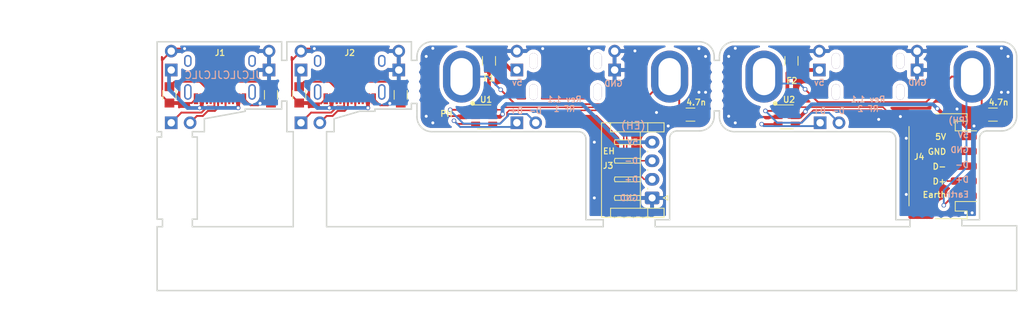
<source format=kicad_pcb>
(kicad_pcb (version 20211014) (generator pcbnew)
  (layers (0 "F.Cu" signal) (31 "B.Cu" signal) (34 "B.Paste" user) (35 "F.Paste" user) (36 "B.SilkS" user "B.Silkscreen") (37 "F.SilkS" user "F.Silkscreen") (38 "B.Mask" user) (39 "F.Mask" user) (44 "Edge.Cuts" user))
  (net 0 "")
  (net 1 "GND")
  (net 2 "D-")
  (net 3 "D+")
  (net 4 "Net-(J1-Pad4)")
  (net 5 "Net-(J1-Pad10)")
  (net 6 "VBUS")
  (net 8 "Net-(J1-Pad5)")
  (net 9 "Net-(J1-Pad6)")
  (net 11 "Earth")
  (footprint "Keeb_components:R_0805" (layer "F.Cu") (at 60.61785 28.664 -90)
    (fp_text reference "R2" hide)
    (fp_text value "5.1k" hide)
  )
  (footprint "Keeb_components:R_0805" (layer "F.Cu") (at 157.770251 31.323 180)
    (fp_text reference "C2" hide)
    (fp_text value "4.7n")
  )
  (footprint "Connector_PinHeader_2.54mm:PinHeader_1x02_P2.54mm_Vertical" (layer "F.Cu") (at 106.86245 25.318 180)
    (fp_text reference "PH9" hide)
    (fp_text value "PinHeader_1x02_P2.54mm_Vertical")
  )
  (footprint "Keeb_components:USBLC6-2SC6" (layer "F.Cu") (at 130.010251 31.6245 180)
    (fp_text reference "U2")
    (fp_text value "USBLC6-2SC6")
  )
  (footprint "footprints:breakaway-mousebites" (layer "F.Cu") (at 62.66825 27.427 90)
    (fp_text reference "REF**")
    (fp_text value "mb" hide)
  )
  (footprint "footprints:breakaway-mousebites" (layer "F.Cu") (at 65.895 33.67 180)
    (fp_text reference "REF**")
    (fp_text value "mb" hide)
  )
  (footprint "Keeb_components:HRO-TYPE-C-31-M-12" (layer "F.Cu") (at 100.26325 21.492 180)
    (fp_text reference "J5" hide)
    (fp_text value "TYPE-C-31-M-12" hide)
  )
  (footprint "footprints:breakaway-mousebites" (layer "F.Cu") (at 80.10825 27.517 90)
    (fp_text reference "REF**")
    (fp_text value "mb" hide)
  )
  (footprint "Keeb_components:F_0805" (layer "F.Cu") (at 89.95925 24.092 -90)
    (fp_text reference "F1")
    (fp_text value "Polyfuse_Small" hide)
  )
  (footprint "Connector_PinHeader_2.54mm:PinHeader_1x02_P2.54mm_Vertical" (layer "F.Cu") (at 93.70525 32.418 90)
    (fp_text reference "PH8" hide)
    (fp_text value "PinHeader_1x02_P2.54mm_Vertical" hide)
  )
  (footprint "Connector_PinHeader_2.54mm:PinHeader_1x02_P2.54mm_Vertical" (layer "F.Cu") (at 77.81425 25.318 180)
    (fp_text reference "PH6" hide)
    (fp_text value "PinHeader_1x02_P2.54mm_Vertical")
  )
  (footprint "Keeb_components:R_0805" (layer "F.Cu") (at 117.06925 31.323 180)
    (fp_text reference "C1" hide)
    (fp_text value "4.7n")
  )
  (footprint "Connector_PinHeader_2.54mm:PinHeader_1x02_P2.54mm_Vertical" (layer "F.Cu") (at 147.563451 25.318 180)
    (fp_text reference "PH12" hide)
    (fp_text value "PinHeader_1x02_P2.54mm_Vertical")
  )
  (footprint "Keeb_components:HRO-TYPE-C-31-M-12" (layer "F.Cu") (at 71.21505 21.492 180)
    (fp_text reference "J2")
    (fp_text value "TYPE-C-31-M-12" hide)
  )
  (footprint "" (layer "F.Cu") (at 72.93775 24.711521)
    (fp_text reference "")
    (fp_text value "")
  )
  (footprint "footprints:breakaway-mousebites" (layer "F.Cu") (at 65.895 45.64 180)
    (fp_text reference "REF**")
    (fp_text value "mb" hide)
  )
  (footprint "footprints:breakaway-mousebites" (layer "F.Cu") (at 108.759 45.64 180)
    (fp_text reference "REF**")
    (fp_text value "mb" hide)
  )
  (footprint "Connector_PinHeader_2.54mm:PinHeader_1x02_P2.54mm_Vertical" (layer "F.Cu") (at 93.70525 25.318 180)
    (fp_text reference "PH7" hide)
    (fp_text value "PinHeader_1x02_P2.54mm_Vertical" hide)
  )
  (footprint "" (layer "F.Cu") (at 144.753751 24.838521)
    (fp_text reference "")
    (fp_text value "")
  )
  (footprint "Connector_PinHeader_2.54mm:PinHeader_1x02_P2.54mm_Vertical" (layer "F.Cu") (at 60.35425 25.318 180)
    (fp_text reference "PH3" hide)
    (fp_text value "PinHeader_1x02_P2.54mm_Vertical")
  )
  (footprint "Keeb_components:R_0805" (layer "F.Cu") (at 46.95725 28.664 -90)
    (fp_text reference "R1" hide)
    (fp_text value "5.1k" hide)
  )
  (footprint "Connector_JST:JST_PH_S5B-PH-SM4-TB_1x05-1MP_P2.00mm_Horizontal" (layer "F.Cu") (at 150.98825 38.262 -90)
    (fp_text reference "J4")
    (fp_text value "JST_PH_S5B-PH-SM4-TB_1x05-1MP_P2.00mm_Horizontal")
  )
  (footprint "Keeb_components:USBLC6-2SC6" (layer "F.Cu") (at 89.30925 31.6245 180)
    (fp_text reference "U1")
    (fp_text value "USBLC6-2SC6")
  )
  (footprint "Keeb_components:F_0805" (layer "F.Cu") (at 130.660251 24.092 -90)
    (fp_text reference "F2")
    (fp_text value "Polyfuse_Small" hide)
  )
  (footprint "footprints:breakaway-mousebites" (layer "F.Cu") (at 120.87825 27.517 90)
    (fp_text reference "REF**")
    (fp_text value "mb" hide)
  )
  (footprint "footprints:breakaway-mousebites" (layer "F.Cu") (at 150.161 45.64 180)
    (fp_text reference "REF**")
    (fp_text value "bm" hide)
  )
  (footprint "Connector_PinHeader_2.54mm:PinHeader_1x02_P2.54mm_Vertical" (layer "F.Cu") (at 47.19705 25.318 180)
    (fp_text reference "PH1" hide)
    (fp_text value "PinHeader_1x02_P2.54mm_Vertical" hide)
  )
  (footprint "Keeb_components:R_0805" (layer "F.Cu") (at 64.41725 28.664 -90)
    (fp_text reference "R1" hide)
    (fp_text value "5.1k" hide)
  )
  (footprint "" (layer "F.Cu") (at 104.05275 24.838521)
    (fp_text reference "")
    (fp_text value "")
  )
  (footprint "Connector_PinHeader_2.54mm:PinHeader_1x02_P2.54mm_Vertical" (layer "F.Cu") (at 134.406251 25.318 180)
    (fp_text reference "PH10" hide)
    (fp_text value "PinHeader_1x02_P2.54mm_Vertical" hide)
  )
  (footprint "Connector_PinHeader_2.54mm:PinHeader_1x02_P2.54mm_Vertical" (layer "F.Cu") (at 64.65705 32.418 90)
    (fp_text reference "PH5" hide)
    (fp_text value "PinHeader_1x02_P2.54mm_Vertical" hide)
  )
  (footprint "Connector_PinHeader_2.54mm:PinHeader_1x02_P2.54mm_Vertical" (layer "F.Cu") (at 64.65705 25.318 180)
    (fp_text reference "PH4" hide)
    (fp_text value "PinHeader_1x02_P2.54mm_Vertical" hide)
  )
  (footprint "Keeb_components:HRO-TYPE-C-31-M-12" (layer "F.Cu") (at 53.75505 21.492 180)
    (fp_text reference "J1")
    (fp_text value "TYPE-C-31-M-12" hide)
  )
  (footprint "Connector_PinHeader_2.54mm:PinHeader_1x02_P2.54mm_Vertical" (layer "F.Cu") (at 134.51625 32.418 90)
    (fp_text reference "PH11" hide)
    (fp_text value "PinHeader_1x02_P2.54mm_Vertical" hide)
  )
  (footprint "footprints:breakaway-mousebites" (layer "F.Cu") (at 48 45.64 180)
    (fp_text reference "REF**")
    (fp_text value "mb" hide)
  )
  (footprint "Connector_PinHeader_2.54mm:PinHeader_1x02_P2.54mm_Vertical" (layer "F.Cu") (at 47.19705 32.418 90)
    (fp_text reference "PH2" hide)
    (fp_text value "PinHeader_1x02_P2.54mm_Vertical" hide)
  )
  (footprint "" (layer "F.Cu") (at 113.638751 24.711521)
    (fp_text reference "")
    (fp_text value "")
  )
  (footprint "Keeb_components:R_0805" (layer "F.Cu") (at 78.07785 28.664 -90)
    (fp_text reference "R2" hide)
    (fp_text value "5.1k" hide)
  )
  (footprint "Connector_JST:JST_EH_S4B-EH_1x04_P2.50mm_Horizontal" (layer "F.Cu") (at 111.90825 42.532 90)
    (fp_text reference "J3")
    (fp_text value "JST_EH_S4B-EH_1x04_P2.50mm_Horizontal")
  )
  (footprint "Keeb_components:HRO-TYPE-C-31-M-12" (layer "F.Cu") (at 140.964251 21.492 180)
    (fp_text reference "J6")
    (fp_text value "TYPE-C-31-M-12" hide)
  )
  (footprint "footprints:breakaway-mousebites" (layer "F.Cu") (at 48 33.67 180)
    (fp_text reference "REF**")
    (fp_text value "mb" hide)
  )
  (footprint "footprints:MegaMan7" (layer "B.Cu") (at 100.10425 25.997 180)
    (fp_text reference "G1" hide)
    (fp_text value "LOGO" hide)
  )
  (footprint "footprints:MegaMan7" (layer "B.Cu") (at 140.964251 25.997 180)
    (fp_text reference "G1" hide)
    (fp_text value "LOGO" hide)
  )
  (gr_arc (start 120.26325 31.517) (mid 119.677464 32.931214) (end 118.26325 33.517) (layer "Edge.Cuts") (width 0.2))
  (gr_line (start 45.894 33.617) (end 45.29705 33.617) (layer "Edge.Cuts") (width 0.2))
  (gr_line (start 74.60825 30.577) (end 79.51425 30.577) (layer "Edge.Cuts") (width 0.2))
  (gr_line (start 45.29705 34.337) (end 45.29705 45.386) (layer "Edge.Cuts") (width 0.2))
  (gr_arc (start 122.964251 33.617) (mid 121.550037 33.031214) (end 120.964252 31.617) (layer "Edge.Cuts") (width 0.2))
  (gr_line (start 144.699251 45.467) (end 144.699251 34.617) (layer "Edge.Cuts") (width 0.2))
  (gr_line (start 51.65625 33.617) (end 51.65625 31.881011) (layer "Edge.Cuts") (width 0.2))
  (gr_line (start 102.99825 45.467) (end 102.99825 34.617) (layer "Edge.Cuts") (width 0.2))
  (gr_line (start 105.33 45.467) (end 105.33 46.402) (layer "Edge.Cuts") (width 0.2))
  (gr_line (start 45.29705 21.517001) (end 62.05425 21.517001) (layer "Edge.Cuts") (width 0.2))
  (gr_line (start 74.60825 30.577) (end 74.60825 30.877) (layer "Edge.Cuts") (width 0.2))
  (gr_line (start 153.59 46.275) (end 153.59 45.467) (layer "Edge.Cuts") (width 0.2))
  (gr_line (start 146.605 45.467) (end 144.699251 45.467) (layer "Edge.Cuts") (width 0.2))
  (gr_line (start 79.51425 24.023) (end 79.51425 21.517) (layer "Edge.Cuts") (width 0.2))
  (gr_line (start 114.26325 45.467) (end 114.26325 34.517) (layer "Edge.Cuts") (width 0.2))
  (gr_line (start 62.75925 24.023011) (end 62.05425 24.023011) (layer "Edge.Cuts") (width 0.2))
  (gr_line (start 63.62 33.617) (end 62.75705 33.617) (layer "Edge.Cuts") (width 0.2))
  (gr_line (start 112.315 45.467) (end 112.315 46.402) (layer "Edge.Cuts") (width 0.2))
  (gr_line (start 160.964251 46.275) (end 160.964251 55) (layer "Edge.Cuts") (width 0.2))
  (gr_line (start 160.964251 31.517) (end 160.964251 23.517) (layer "Edge.Cuts") (width 0.2))
  (gr_line (start 68.1 33.617) (end 69.11625 33.617) (layer "Edge.Cuts") (width 0.2))
  (gr_line (start 80.26325 29.823) (end 80.26325 30.823) (layer "Edge.Cuts") (width 0.2))
  (gr_line (start 72.54525 30.877) (end 74.60825 30.877) (layer "Edge.Cuts") (width 0.2))
  (gr_line (start 160.964251 46.275) (end 153.59 46.275) (layer "Edge.Cuts") (width 0.2))
  (gr_arc (start 118.26325 21.517) (mid 119.677463 22.102786) (end 120.26325 23.516999) (layer "Edge.Cuts") (width 0.2))
  (gr_line (start 120.964251 30.823) (end 120.26325 30.823) (layer "Edge.Cuts") (width 0.2))
  (gr_line (start 50.040525 45.386) (end 50.040525 46.402) (layer "Edge.Cuts") (width 0.2))
  (gr_line (start 63.62 33.617) (end 63.62 46.402) (layer "Edge.Cuts") (width 0.2))
  (gr_line (start 50.7 34.337) (end 50.040525 34.337) (layer "Edge.Cuts") (width 0.2))
  (gr_line (start 120.964251 24.023) (end 120.26325 24.023) (layer "Edge.Cuts") (width 0.2))
  (gr_line (start 143.699251 33.617) (end 122.964251 33.617) (layer "Edge.Cuts") (width 0.2))
  (gr_arc (start 82.26325 33.617) (mid 80.849036 33.031214) (end 80.263251 31.617) (layer "Edge.Cuts") (width 0.2))
  (gr_arc (start 101.99825 33.617) (mid 102.705357 33.909893) (end 102.99825 34.617) (layer "Edge.Cuts") (width 0.2))
  (gr_line (start 80.26325 29.823) (end 79.51425 29.823) (layer "Edge.Cuts") (width 0.2))
  (gr_arc (start 155.964251 34.517) (mid 156.257144 33.809894) (end 156.964251 33.517) (layer "Edge.Cuts") (width 0.2))
  (gr_line (start 50.7 45.386) (end 50.040525 45.386) (layer "Edge.Cuts") (width 0.2))
  (gr_arc (start 80.26325 23.517) (mid 80.849036 22.102787) (end 82.263249 21.517001) (layer "Edge.Cuts") (width 0.2))
  (gr_line (start 57.14825 30.577) (end 57.14825 30.877) (layer "Edge.Cuts") (width 0.2))
  (gr_line (start 120.26325 24.023) (end 120.26325 23.517) (layer "Edge.Cuts") (width 0.2))
  (gr_line (start 146.605 45.467) (end 146.605 46.402) (layer "Edge.Cuts") (width 0.2))
  (gr_line (start 45.29705 46.402) (end 45.29705 55) (layer "Edge.Cuts") (width 0.2))
  (gr_line (start 62.75705 21.517001) (end 79.51425 21.517001) (layer "Edge.Cuts") (width 0.2))
  (gr_line (start 62.75925 24.023011) (end 62.75705 21.517) (layer "Edge.Cuts") (width 0.2))
  (gr_line (start 50.929525 33.617) (end 50.040525 33.617) (layer "Edge.Cuts") (width 0.2))
  (gr_line (start 112.315 46.402) (end 146.605 46.402) (layer "Edge.Cuts") (width 0.2))
  (gr_line (start 158.964251 33.517) (end 156.964251 33.517) (layer "Edge.Cuts") (width 0.2))
  (gr_line (start 160.964251 55) (end 45.29705 55) (layer "Edge.Cuts") (width 0.2))
  (gr_arc (start 158.964251 21.517) (mid 160.378464 22.102786) (end 160.964251 23.516999) (layer "Edge.Cuts") (width 0.2))
  (gr_line (start 118.26325 33.517) (end 115.26325 33.517) (layer "Edge.Cuts") (width 0.2))
  (gr_line (start 63.62 46.402) (end 50.040525 46.402) (layer "Edge.Cuts") (width 0.2))
  (gr_line (start 51.65625 33.617) (end 50.929525 33.617) (layer "Edge.Cuts") (width 0.2))
  (gr_arc (start 160.964251 31.517) (mid 160.378465 32.931214) (end 158.964251 33.517) (layer "Edge.Cuts") (width 0.2))
  (gr_line (start 45.894 33.617) (end 45.894 34.337) (layer "Edge.Cuts") (width 0.2))
  (gr_line (start 62.75705 29.497) (end 62.75705 33.617) (layer "Edge.Cuts") (width 0.2))
  (gr_line (start 45.29705 33.617) (end 45.29705 21.517001) (layer "Edge.Cuts") (width 0.2))
  (gr_line (start 105.33 46.402) (end 68.1 46.402) (layer "Edge.Cuts") (width 0.2))
  (gr_line (start 62.75705 29.497) (end 62.05425 29.497) (layer "Edge.Cuts") (width 0.2))
  (gr_line (start 155.964251 45.467) (end 155.964251 34.517) (layer "Edge.Cuts") (width 0.2))
  (gr_line (start 72.54525 30.877) (end 69.11625 31.881) (layer "Edge.Cuts") (width 0.2))
  (gr_line (start 57.14825 30.577) (end 62.05425 30.577) (layer "Edge.Cuts") (width 0.2))
  (gr_line (start 120.964251 24.023) (end 120.964251 23.517) (layer "Edge.Cuts") (width 0.2))
  (gr_line (start 62.05425 24.023011) (end 62.05425 21.517001) (layer "Edge.Cuts") (width 0.2))
  (gr_line (start 101.99825 33.617) (end 82.26325 33.617) (layer "Edge.Cuts") (width 0.2))
  (gr_line (start 79.51425 29.823) (end 79.51425 30.577) (layer "Edge.Cuts") (width 0.2))
  (gr_line (start 45.894 34.337) (end 45.29705 34.337) (layer "Edge.Cuts") (width 0.2))
  (gr_line (start 69.11625 33.617) (end 69.11625 31.881) (layer "Edge.Cuts") (width 0.2))
  (gr_line (start 120.26325 30.823) (end 120.26325 31.517) (layer "Edge.Cuts") (width 0.2))
  (gr_arc (start 143.699251 33.617) (mid 144.406357 33.909894) (end 144.699251 34.617) (layer "Edge.Cuts") (width 0.2))
  (gr_line (start 62.05425 29.497) (end 62.05425 30.577) (layer "Edge.Cuts") (width 0.2))
  (gr_line (start 79.51425 24.023) (end 80.26325 24.023) (layer "Edge.Cuts") (width 0.2))
  (gr_line (start 50.040525 33.617) (end 50.040525 34.337) (layer "Edge.Cuts") (width 0.2))
  (gr_line (start 46.021 46.402) (end 45.29705 46.402) (layer "Edge.Cuts") (width 0.2))
  (gr_line (start 82.263249 21.517001) (end 118.26325 21.517) (layer "Edge.Cuts") (width 0.2))
  (gr_line (start 46.021 45.386) (end 46.021 46.402) (layer "Edge.Cuts") (width 0.2))
  (gr_line (start 155.964251 45.467) (end 153.59 45.467) (layer "Edge.Cuts") (width 0.2))
  (gr_line (start 46.021 45.386) (end 45.29705 45.386) (layer "Edge.Cuts") (width 0.2))
  (gr_line (start 80.26325 24.023) (end 80.26325 23.517) (layer "Edge.Cuts") (width 0.2))
  (gr_line (start 102.99825 45.467) (end 105.33 45.467) (layer "Edge.Cuts") (width 0.2))
  (gr_arc (start 114.26325 34.517) (mid 114.556143 33.809893) (end 115.26325 33.517) (layer "Edge.Cuts") (width 0.2))
  (gr_line (start 120.964251 30.823) (end 120.964252 31.617) (layer "Edge.Cuts") (width 0.2))
  (gr_line (start 68.1 46.402) (end 68.1 33.617) (layer "Edge.Cuts") (width 0.2))
  (gr_line (start 57.14825 30.877) (end 51.65625 31.881011) (layer "Edge.Cuts") (width 0.2))
  (gr_line (start 50.7 45.386) (end 50.7 34.337) (layer "Edge.Cuts") (width 0.2))
  (gr_line (start 114.26325 45.467) (end 112.315 45.467) (layer "Edge.Cuts") (width 0.2))
  (gr_arc (start 120.964251 23.517) (mid 121.550037 22.102787) (end 122.96425 21.517001) (layer "Edge.Cuts") (width 0.2))
  (gr_line (start 80.263251 31.617) (end 80.26325 30.823) (layer "Edge.Cuts") (width 0.2))
  (gr_line (start 122.96425 21.517001) (end 158.964251 21.517) (layer "Edge.Cuts") (width 0.2))
  (gr_text "5V" (at 110.10825 35.032) (layer "B.SilkS") (effects (font (size 0.8 0.8)) (justify left mirror)))
  (gr_text "D-" (at 110.10825 37.532) (layer "B.SilkS") (effects (font (size 0.8 0.8)) (justify left mirror)))
  (gr_text "Rev 1.1\nRF 2" (at 140.964251 29.907) (layer "B.SilkS") (effects (font (size 0.8 0.8)) (justify mirror)))
  (gr_text "(EH)" (at 111.10825 32.788) (layer "B.SilkS") (effects (font (size 1 1)) (justify left mirror)))
  (gr_text "5V" (at 154.60825 34.062) (layer "B.SilkS") (effects (font (size 0.8 0.8)) (justify left mirror)))
  (gr_text "D+" (at 134.39425 30.823) (layer "B.SilkS") (effects (font (size 0.8 0.8)) (justify mirror)))
  (gr_text "Earth" (at 154.60825 42.062) (layer "B.SilkS") (effects (font (size 0.8 0.8)) (justify left mirror)))
  (gr_text "D+" (at 93.62725 30.823) (layer "B.SilkS") (effects (font (size 0.8 0.8)) (justify mirror)))
  (gr_text "5v" (at 134.39425 27.013) (layer "B.SilkS") (effects (font (size 0.8 0.8)) (justify mirror)))
  (gr_text "GND" (at 147.60225 27.013) (layer "B.SilkS") (effects (font (size 0.8 0.8)) (justify mirror)))
  (gr_text "Rev 1.1\nRF 1" (at 100.10425 29.907) (layer "B.SilkS") (effects (font (size 0.8 0.8)) (justify mirror)))
  (gr_text "GND" (at 106.70825 27.14) (layer "B.SilkS") (effects (font (size 0.8 0.8)) (justify mirror)))
  (gr_text "D-" (at 136.93425 30.823) (layer "B.SilkS") (effects (font (size 0.8 0.8)) (justify mirror)))
  (gr_text "GND" (at 110.10825 42.532) (layer "B.SilkS") (effects (font (size 0.8 0.8)) (justify left mirror)))
  (gr_text "5v" (at 93.75425 27.013) (layer "B.SilkS") (effects (font (size 0.8 0.8)) (justify mirror)))
  (gr_text "D+" (at 110.10825 40.032) (layer "B.SilkS") (effects (font (size 0.8 0.8)) (justify left mirror)))
  (gr_text "(PH)" (at 154.60825 32.093) (layer "B.SilkS") (effects (font (size 0.8 0.8)) (justify left mirror)))
  (gr_text "GND" (at 154.60825 36.062) (layer "B.SilkS") (effects (font (size 0.8 0.8)) (justify left mirror)))
  (gr_text "D-" (at 154.60825 38.062) (layer "B.SilkS") (effects (font (size 0.8 0.8)) (justify left mirror)))
  (gr_text "D+" (at 154.60825 40.062) (layer "B.SilkS") (effects (font (size 0.8 0.8)) (justify left mirror)))
  (gr_text "JLCJLCJLCJLC" (at 54.13025 25.997) (layer "B.SilkS") (effects (font (size 1 1)) (justify mirror)))
  (gr_text "D-" (at 96.16725 30.823) (layer "B.SilkS") (effects (font (size 0.8 0.8)) (justify mirror)))
  (gr_text "Earth" (at 151.558 42.106) (layer "F.SilkS") (effects (font (size 0.8 0.8)) (justify right)))
  (gr_text "J2" (at 71.21505 23) (layer "F.SilkS") (effects (font (size 0.8 0.8))))
  (gr_text "5V" (at 151.558 34.306) (layer "F.SilkS") (effects (font (size 0.8 0.8)) (justify right)))
  (gr_text "EH" (at 106.092 36.242) (layer "F.SilkS") (effects (font (size 0.8 0.8))))
  (gr_text "" (at 49.317501 46.093521) (layer "F.SilkS") (effects (font (size 1.27 1.27))))
  (gr_text "J1" (at 53.75505 23) (layer "F.SilkS") (effects (font (size 0.8 0.8))))
  (gr_text "PH" (at 84.232 31.2) (layer "F.SilkS") (effects (font (size 0.8 0.8))))
  (gr_text "" (at 24.3797 27.251521) (layer "F.SilkS") (effects (font (size 1.27 1.27))))
  (gr_text "D+" (at 151.558 40.306) (layer "F.SilkS") (effects (font (size 0.8 0.8)) (justify right)))
  (gr_text "" (at 24.3797 27.251521) (layer "F.SilkS") (effects (font (size 1.27 1.27))))
  (gr_text "" (at 49.317501 46.093521) (layer "F.SilkS") (effects (font (size 1.27 1.27))))
  (gr_text "D-" (at 151.558 38.306) (layer "F.SilkS") (effects (font (size 0.8 0.8)) (justify right)))
  (gr_text "GND" (at 151.558 36.306) (layer "F.SilkS") (effects (font (size 0.8 0.8)) (justify right)))
  (segment (start 58.89525 30.061011) (end 57.85405 30.061011) (width 0.25) (layer "F.Cu") (net 1))
  (segment (start 76.60925 29.807) (end 78.03485 29.807) (width 0.25) (layer "F.Cu") (net 1))
  (segment (start 88.15925 31.5245) (end 81.52775 31.5245) (width 0.25) (layer "F.Cu") (net 1))
  (segment (start 64.99405 22.441) (end 66.44925 22.441) (width 0.25) (layer "F.Cu") (net 1))
  (segment (start 76.35525 30.061) (end 75.31405 30.061) (width 0.25) (layer "F.Cu") (net 1))
  (segment (start 67.37005 29.807) (end 64.46025 29.807) (width 0.25) (layer "F.Cu") (net 1))
  (segment (start 63.44225 23.9928) (end 64.99405 22.441) (width 0.25) (layer "F.Cu") (net 1))
  (segment (start 63.44225 28.789) (end 63.44225 23.9928) (width 0.25) (layer "F.Cu") (net 1))
  (segment (start 67.99005 29.187) (end 67.37005 29.807) (width 0.25) (layer "F.Cu") (net 1))
  (segment (start 50.53005 29.187011) (end 49.953061 29.764) (width 0.25) (layer "F.Cu") (net 1))
  (segment (start 49.953061 29.764) (end 46.957239 29.764) (width 0.25) (layer "F.Cu") (net 1))
  (segment (start 128.860251 31.6245) (end 122.291751 31.6245) (width 0.25) (layer "F.Cu") (net 1))
  (segment (start 78.03485 29.807) (end 78.07785 29.764) (width 0.25) (layer "F.Cu") (net 1))
  (segment (start 75.31405 30.061) (end 74.44005 29.187) (width 0.25) (layer "F.Cu") (net 1))
  (segment (start 81.52775 31.5245) (end 81.50925 31.543) (width 0.25) (layer "F.Cu") (net 1))
  (segment (start 57.85405 30.061011) (end 56.98005 29.187011) (width 0.25) (layer "F.Cu") (net 1))
  (segment (start 59.14925 29.807011) (end 60.57485 29.807011) (width 0.25) (layer "F.Cu") (net 1))
  (segment (start 76.60925 29.807) (end 76.35525 30.061) (width 0.25) (layer "F.Cu") (net 1))
  (segment (start 64.46025 29.807) (end 63.44225 28.789) (width 0.25) (layer "F.Cu") (net 1))
  (segment (start 59.14925 29.807011) (end 58.89525 30.061011) (width 0.25) (layer "F.Cu") (net 1))
  (segment (start 47.534039 22.441011) (end 48.98925 22.441011) (width 0.25) (layer "F.Cu") (net 1))
  (segment (start 46.957239 29.764) (end 45.98225 28.789011) (width 0.25) (layer "F.Cu") (net 1))
  (segment (start 45.98225 23.9928) (end 47.534039 22.441011) (width 0.25) (layer "F.Cu") (net 1))
  (segment (start 45.98225 28.789011) (end 45.98225 23.9928) (width 0.25) (layer "F.Cu") (net 1))
  (segment (start 122.291751 31.6245) (end 122.210251 31.543) (width 0.25) (layer "F.Cu") (net 1))
  (segment (start 60.57485 29.807011) (end 60.61785 29.764011) (width 0.25) (layer "F.Cu") (net 1))
  (via (at 152.93625 30.569) (size 0.6) (drill 0.4) (layers "F.Cu" "B.Cu") (net 1))
  (via (at 76.60925 29.807) (size 0.6) (drill 0.4) (layers "F.Cu" "B.Cu") (net 1))
  (via (at 123.099251 32.432) (size 0.6) (drill 0.4) (layers "F.Cu" "B.Cu") (net 1))
  (via (at 122.210251 31.543) (size 0.6) (drill 0.4) (layers "F.Cu" "B.Cu") (net 1))
  (via (at 119.10125 28.3172) (size 0.6) (drill 0.4) (layers "F.Cu" "B.Cu") (net 1))
  (via (at 158.913251 22.399) (size 0.6) (drill 0.4) (layers "F.Cu" "B.Cu") (net 1))
  (via (at 81.50925 31.543) (size 0.6) (drill 0.4) (layers "F.Cu" "B.Cu") (net 1))
  (via (at 48.98925 22.441011) (size 0.6) (drill 0.4) (layers "F.Cu" "B.Cu") (net 1))
  (via (at 154.07925 44.539) (size 0.6) (drill 0.4) (layers "F.Cu" "B.Cu") (net 1))
  (via (at 59.14925 29.807011) (size 0.6) (drill 0.4) (layers "F.Cu" "B.Cu") (net 1))
  (via (at 97.18325 22.441) (size 0.6) (drill 0.4) (layers "F.Cu" "B.Cu") (net 1))
  (via (at 82.39825 22.399) (size 0.6) (drill 0.4) (layers "F.Cu" "B.Cu") (net 1))
  (via (at 112.49725 31.035) (size 0.6) (drill 0.4) (layers "F.Cu" "B.Cu") (net 1))
  (via (at 114.07425 32.855) (size 0.6) (drill 0.4) (layers "F.Cu" "B.Cu") (net 1))
  (via (at 146.10825 34.506) (size 0.6) (drill 0.4) (layers "F.Cu" "B.Cu") (net 1))
  (via (at 118.21225 28.3172) (size 0.6) (drill 0.4) (layers "F.Cu" "B.Cu") (net 1))
  (via (at 145.31625 31.585) (size 0.6) (drill 0.4) (layers "F.Cu" "B.Cu") (net 1))
  (via (at 159.802251 23.492) (size 0.6) (drill 0.4) (layers "F.Cu" "B.Cu") (net 1))
  (via (at 146.10825 42.062) (size 0.6) (drill 0.4) (layers "F.Cu" "B.Cu") (net 1))
  (via (at 123.099251 22.399) (size 0.6) (drill 0.4) (layers "F.Cu" "B.Cu") (net 1))
  (via (at 122.210251 23.492) (size 0.6) (drill 0.4) (layers "F.Cu" "B.Cu") (net 1))
  (via (at 142.39525 31.966) (size 0.6) (drill 0.4) (layers "F.Cu" "B.Cu") (net 1))
  (via (at 81.50925 23.492) (size 0.6) (drill 0.4) (layers "F.Cu" "B.Cu") (net 1))
  (via (at 82.39825 32.432) (size 0.6) (drill 0.4) (layers "F.Cu" "B.Cu") (net 1))
  (via (at 118.21225 22.441) (size 0.6) (drill 0.4) (layers "F.Cu" "B.Cu") (net 1))
  (via (at 103.40625 22.441) (size 0.6) (drill 0.4) (layers "F.Cu" "B.Cu") (net 1))
  (via (at 109.59425 22.747) (size 0.6) (drill 0.4) (layers "F.Cu" "B.Cu") (net 1))
  (via (at 66.44925 22.441) (size 0.6) (drill 0.4) (layers "F.Cu" "B.Cu") (net 1))
  (via (at 119.10125 23.492) (size 0.6) (drill 0.4) (layers "F.Cu" "B.Cu") (net 1))
  (via (at 104.13125 42.532) (size 0.6) (drill 0.4) (layers "F.Cu" "B.Cu") (net 1))
  (via (at 159.802251 28.3172) (size 0.6) (drill 0.4) (layers "F.Cu" "B.Cu") (net 1))
  (via (at 154.96825 44.539) (size 0.6) (drill 0.4) (layers "F.Cu" "B.Cu") (net 1))
  (via (at 158.913251 28.3172) (size 0.6) (drill 0.4) (layers "F.Cu" "B.Cu") (net 1))
  (via (at 104.13125 35.032) (size 0.6) (drill 0.4) (layers "F.Cu" "B.Cu") (net 1))
  (via (at 155.22225 32.855) (size 0.6) (drill 0.4) (layers "F.Cu" "B.Cu") (net 1))
  (segment (start 91.94425 30.347) (end 104.864249 30.347) (width 0.2) (layer "F.Cu") (net 2))
  (segment (start 104.864249 30.347) (end 108.48625 33.969001) (width 0.2) (layer "F.Cu") (net 2))
  (segment (start 150.65025 37.173) (end 151.73925 38.262) (width 0.2) (layer "F.Cu") (net 2))
  (segment (start 151.73925 38.262) (end 153.83825 38.262) (width 0.2) (layer "F.Cu") (net 2))
  (segment (start 148.95225 33.062) (end 150.65025 34.76) (width 0.2) (layer "F.Cu") (net 2))
  (segment (start 145.710433 33.062) (end 148.95225 33.062) (width 0.2) (layer "F.Cu") (net 2))
  (segment (start 108.48625 36.411) (end 109.60725 37.532) (width 0.2) (layer "F.Cu") (net 2))
  (segment (start 131.160251 30.6745) (end 131.519751 30.315) (width 0.2) (layer "F.Cu") (net 2))
  (segment (start 108.48625 33.969001) (end 108.48625 36.411) (width 0.2) (layer "F.Cu") (net 2))
  (segment (start 109.60725 37.532) (end 111.90825 37.532) (width 0.2) (layer "F.Cu") (net 2))
  (segment (start 142.963433 30.315) (end 145.710433 33.062) (width 0.2) (layer "F.Cu") (net 2))
  (segment (start 150.65025 34.76) (end 150.65025 37.173) (width 0.2) (layer "F.Cu") (net 2))
  (segment (start 90.45925 30.6745) (end 91.61675 30.6745) (width 0.2) (layer "F.Cu") (net 2))
  (segment (start 91.61675 30.6745) (end 91.94425 30.347) (width 0.2) (layer "F.Cu") (net 2))
  (segment (start 131.519751 30.315) (end 142.963433 30.315) (width 0.2) (layer "F.Cu") (net 2))
  (segment (start 111.90825 40.032) (end 110.83725 40.032) (width 0.2) (layer "F.Cu") (net 3))
  (segment (start 150.14225 38.761499) (end 151.642751 40.262) (width 0.2) (layer "F.Cu") (net 3))
  (segment (start 133.61325 30.715) (end 142.797748 30.715) (width 0.2) (layer "F.Cu") (net 3))
  (segment (start 142.797748 30.715) (end 145.544748 33.462) (width 0.2) (layer "F.Cu") (net 3))
  (segment (start 131.160251 32.5745) (end 131.75375 32.5745) (width 0.2) (layer "F.Cu") (net 3))
  (segment (start 151.642751 40.262) (end 153.83825 40.262) (width 0.2) (layer "F.Cu") (net 3))
  (segment (start 108.08625 37.281) (end 108.08625 34.134686) (width 0.2) (layer "F.Cu") (net 3))
  (segment (start 150.14225 35.268) (end 150.14225 38.761499) (width 0.2) (layer "F.Cu") (net 3))
  (segment (start 91.36775 32.5745) (end 90.45925 32.5745) (width 0.2) (layer "F.Cu") (net 3))
  (segment (start 92.67625 30.747) (end 92.38275 31.0405) (width 0.2) (layer "F.Cu") (net 3))
  (segment (start 104.698564 30.747) (end 92.67625 30.747) (width 0.2) (layer "F.Cu") (net 3))
  (segment (start 92.38275 31.0405) (end 92.38275 31.5595) (width 0.2) (layer "F.Cu") (net 3))
  (segment (start 131.75375 32.5745) (end 133.61325 30.715) (width 0.2) (layer "F.Cu") (net 3))
  (segment (start 110.83725 40.032) (end 108.08625 37.281) (width 0.2) (layer "F.Cu") (net 3))
  (segment (start 148.33625 33.462) (end 150.14225 35.268) (width 0.2) (layer "F.Cu") (net 3))
  (segment (start 108.08625 34.134686) (end 104.698564 30.747) (width 0.2) (layer "F.Cu") (net 3))
  (segment (start 145.544748 33.462) (end 148.33625 33.462) (width 0.2) (layer "F.Cu") (net 3))
  (segment (start 92.38275 31.5595) (end 91.36775 32.5745) (width 0.2) (layer "F.Cu") (net 3))
  (segment (start 55.00505 27.836211) (end 55.00505 29.187011) (width 0.25) (layer "F.Cu") (net 4))
  (segment (start 77.41085 26.897) (end 73.40425 26.897) (width 0.25) (layer "F.Cu") (net 4))
  (segment (start 73.40425 26.897) (end 72.46505 27.8362) (width 0.25) (layer "F.Cu") (net 4))
  (segment (start 78.07785 27.564) (end 77.41085 26.897) (width 0.25) (layer "F.Cu") (net 4))
  (segment (start 72.46505 27.8362) (end 72.46505 29.187) (width 0.25) (layer "F.Cu") (net 4))
  (segment (start 60.61785 27.564) (end 59.950861 26.897011) (width 0.25) (layer "F.Cu") (net 4))
  (segment (start 59.950861 26.897011) (end 55.94425 26.897011) (width 0.25) (layer "F.Cu") (net 4))
  (segment (start 55.94425 26.897011) (end 55.00505 27.836211) (width 0.25) (layer "F.Cu") (net 4))
  (segment (start 65.08425 26.897) (end 64.41725 27.564) (width 0.25) (layer "F.Cu") (net 5))
  (segment (start 51.03225 26.897011) (end 47.624239 26.897011) (width 0.25) (layer "F.Cu") (net 5))
  (segment (start 68.49225 26.897) (end 65.08425 26.897) (width 0.25) (layer "F.Cu") (net 5))
  (segment (start 52.00505 29.187011) (end 52.00505 27.869811) (width 0.25) (layer "F.Cu") (net 5))
  (segment (start 52.00505 27.869811) (end 51.03225 26.897011) (width 0.25) (layer "F.Cu") (net 5))
  (segment (start 69.46505 27.8698) (end 68.49225 26.897) (width 0.25) (layer "F.Cu") (net 5))
  (segment (start 69.46505 29.187) (end 69.46505 27.8698) (width 0.25) (layer "F.Cu") (net 5))
  (segment (start 47.624239 26.897011) (end 46.95725 27.564) (width 0.25) (layer "F.Cu") (net 5))
  (segment (start 89.30925 30.0245) (end 89.30925 31.331) (width 0.5) (layer "F.Cu") (net 6))
  (segment (start 89.95925 25.191999) (end 89.95425 25.196999) (width 0.5) (layer "F.Cu") (net 6))
  (segment (start 56.20505 30.418811) (end 56.20505 29.187011) (width 0.5) (layer "F.Cu") (net 6))
  (segment (start 131.81875 31.6245) (end 131.160251 31.6245) (width 0.5) (layer "F.Cu") (net 6))
  (segment (start 130.110251 25.741999) (end 130.110251 31.4245) (width 0.5) (layer "F.Cu") (net 6))
  (segment (start 130.110251 31.4245) (end 130.310251 31.6245) (width 0.5) (layer "F.Cu") (net 6))
  (segment (start 51.30505 29.187011) (end 51.30505 30.158211) (width 0.5) (layer "F.Cu") (net 6))
  (segment (start 93.70525 25.318) (end 92.94825 25.318) (width 0.5) (layer "F.Cu") (net 6))
  (segment (start 132.98625 25.318) (end 130.660251 22.992001) (width 0.5) (layer "F.Cu") (net 6))
  (segment (start 153.83825 34.062) (end 153.83825 34.262) (width 0.5) (layer "F.Cu") (net 6))
  (segment (start 89.30925 31.331) (end 89.60275 31.6245) (width 0.5) (layer "F.Cu") (net 6))
  (segment (start 51.30505 30.158211) (end 51.02125 30.442011) (width 0.5) (layer "F.Cu") (net 6))
  (segment (start 130.660251 25.191999) (end 130.110251 25.741999) (width 0.5) (layer "F.Cu") (net 6))
  (segment (start 132.52875 30.9145) (end 131.81875 31.6245) (width 0.5) (layer "F.Cu") (net 6))
  (segment (start 130.310251 31.6245) (end 131.160251 31.6245) (width 0.5) (layer "F.Cu") (net 6))
  (segment (start 68.76505 30.1582) (end 68.48125 30.442) (width 0.5) (layer "F.Cu") (net 6))
  (segment (start 89.95425 25.196999) (end 89.95425 29.3795) (width 0.5) (layer "F.Cu") (net 6))
  (segment (start 134.406251 25.318) (end 132.98625 25.318) (width 0.5) (layer "F.Cu") (net 6))
  (segment (start 91.42275 31.6245) (end 90.45925 31.6245) (width 0.5) (layer "F.Cu") (net 6))
  (segment (start 90.622251 22.992001) (end 89.95925 22.992001) (width 0.5) (layer "F.Cu") (net 6))
  (segment (start 73.66505 30.4188) (end 73.66505 29.187) (width 0.5) (layer "F.Cu") (net 6))
  (segment (start 89.60275 31.6245) (end 90.45925 31.6245) (width 0.5) (layer "F.Cu") (net 6))
  (segment (start 91.78275 31.2645) (end 91.42275 31.6245) (width 0.5) (layer "F.Cu") (net 6))
  (segment (start 150.28825 30.512) (end 153.83825 34.062) (width 0.5) (layer "F.Cu") (net 6))
  (segment (start 89.95425 29.3795) (end 89.30925 30.0245) (width 0.5) (layer "F.Cu") (net 6))
  (segment (start 92.94825 25.318) (end 90.622251 22.992001) (width 0.5) (layer "F.Cu") (net 6))
  (segment (start 68.76505 29.187) (end 68.76505 30.1582) (width 0.5) (layer "F.Cu") (net 6))
  (via (at 73.66505 30.4188) (size 0.6) (drill 0.4) (layers "F.Cu" "B.Cu") (net 6))
  (via (at 132.52875 30.9145) (size 0.6) (drill 0.4) (layers "F.Cu" "B.Cu") (net 6))
  (via (at 91.78275 31.2645) (size 0.6) (drill 0.4) (layers "F.Cu" "B.Cu") (net 6))
  (via (at 51.00625 30.427011) (size 0.6) (drill 0.4) (layers "F.Cu" "B.Cu") (net 6))
  (via (at 56.20505 30.418811) (size 0.6) (drill 0.4) (layers "F.Cu" "B.Cu") (net 6))
  (via (at 150.28825 30.512) (size 0.6) (drill 0.4) (layers "F.Cu" "B.Cu") (net 6))
  (via (at 68.46625 30.427) (size 0.6) (drill 0.4) (layers "F.Cu" "B.Cu") (net 6))
  (segment (start 68.47445 30.4188) (end 68.46625 30.427) (width 0.5) (layer "B.Cu") (net 6))
  (segment (start 49.396547 30.427011) (end 51.00625 30.427011) (width 0.5) (layer "B.Cu") (net 6))
  (segment (start 91.78275 31.2645) (end 91.78275 30.3815) (width 0.5) (layer "B.Cu") (net 6))
  (segment (start 92.26725 29.897) (end 102.48025 29.897) (width 0.5) (layer "B.Cu") (net 6))
  (segment (start 73.66505 30.4188) (end 68.47445 30.4188) (width 0.5) (layer "B.Cu") (net 6))
  (segment (start 64.35705 27.927503) (end 66.856547 30.427) (width 0.5) (layer "B.Cu") (net 6))
  (segment (start 64.35705 25.618) (end 64.35705 27.927503) (width 0.5) (layer "B.Cu") (net 6))
  (segment (start 46.89705 27.927514) (end 49.396547 30.427011) (width 0.5) (layer "B.Cu") (net 6))
  (segment (start 107.61525 35.032) (end 111.90825 35.032) (width 0.5) (layer "B.Cu") (net 6))
  (segment (start 91.78275 30.3815) (end 92.26725 29.897) (width 0.5) (layer "B.Cu") (net 6))
  (segment (start 66.856547 30.427) (end 68.46625 30.427) (width 0.5) (layer "B.Cu") (net 6))
  (segment (start 133.37825 29.934) (end 149.71025 29.934) (width 0.5) (layer "B.Cu") (net 6))
  (segment (start 46.89705 25.618011) (end 46.89705 27.927514) (width 0.5) (layer "B.Cu") (net 6))
  (segment (start 51.00625 30.427011) (end 51.01445 30.418811) (width 0.5) (layer "B.Cu") (net 6))
  (segment (start 132.52875 30.9145) (end 132.52875 30.7835) (width 0.5) (layer "B.Cu") (net 6))
  (segment (start 149.71025 29.934) (end 150.28825 30.512) (width 0.5) (layer "B.Cu") (net 6))
  (segment (start 102.48025 29.897) (end 107.61525 35.032) (width 0.5) (layer "B.Cu") (net 6))
  (segment (start 132.52875 30.7835) (end 133.37825 29.934) (width 0.5) (layer "B.Cu") (net 6))
  (segment (start 51.01445 30.418811) (end 56.20505 30.418811) (width 0.5) (layer "B.Cu") (net 6))
  (segment (start 84.73725 30.6745) (end 88.15925 30.6745) (width 0.25) (layer "F.Cu") (net 8))
  (segment (start 128.711751 30.823) (end 128.860251 30.6745) (width 0.25) (layer "F.Cu") (net 8))
  (segment (start 52.13053 30.823011) (end 53.072646 30.823011) (width 0.25) (layer "F.Cu") (net 8))
  (segment (start 69.59053 30.823) (end 70.532646 30.823) (width 0.25) (layer "F.Cu") (net 8))
  (segment (start 71.96505 29.187) (end 71.96505 30.2602) (width 0.25) (layer "F.Cu") (net 8))
  (segment (start 127.15525 30.823) (end 128.711751 30.823) (width 0.25) (layer "F.Cu") (net 8))
  (segment (start 49.73705 32.418) (end 50.653039 31.502011) (width 0.25) (layer "F.Cu") (net 8))
  (segment (start 54.50505 29.187011) (end 54.50505 30.260211) (width 0.25) (layer "F.Cu") (net 8))
  (segment (start 53.556454 30.442011) (end 53.50505 30.390607) (width 0.25) (layer "F.Cu") (net 8))
  (segment (start 67.19705 32.418) (end 68.11305 31.502) (width 0.25) (layer "F.Cu") (net 8))
  (segment (start 51.45153 31.502011) (end 52.13053 30.823011) (width 0.25) (layer "F.Cu") (net 8))
  (segment (start 70.96505 30.390596) (end 70.96505 29.187) (width 0.25) (layer "F.Cu") (net 8))
  (segment (start 68.91153 31.502) (end 69.59053 30.823) (width 0.25) (layer "F.Cu") (net 8))
  (segment (start 54.50505 30.260211) (end 54.32325 30.442011) (width 0.25) (layer "F.Cu") (net 8))
  (segment (start 71.016454 30.442) (end 70.96505 30.390596) (width 0.25) (layer "F.Cu") (net 8))
  (segment (start 71.96505 30.2602) (end 71.78325 30.442) (width 0.25) (layer "F.Cu") (net 8))
  (segment (start 70.532646 30.823) (end 70.96505 30.390596) (width 0.25) (layer "F.Cu") (net 8))
  (segment (start 54.32325 30.442011) (end 53.556454 30.442011) (width 0.25) (layer "F.Cu") (net 8))
  (segment (start 68.11305 31.502) (end 68.91153 31.502) (width 0.25) (layer "F.Cu") (net 8))
  (segment (start 50.653039 31.502011) (end 51.45153 31.502011) (width 0.25) (layer "F.Cu") (net 8))
  (segment (start 53.072646 30.823011) (end 53.50505 30.390607) (width 0.25) (layer "F.Cu") (net 8))
  (segment (start 53.50505 30.390607) (end 53.50505 29.187011) (width 0.25) (layer "F.Cu") (net 8))
  (segment (start 71.78325 30.442) (end 71.016454 30.442) (width 0.25) (layer "F.Cu") (net 8))
  (via (at 84.73725 30.6745) (size 0.6) (drill 0.4) (layers "F.Cu" "B.Cu") (net 8))
  (via (at 127.15525 30.823) (size 0.6) (drill 0.4) (layers "F.Cu" "B.Cu") (net 8))
  (segment (start 128.75025 32.418) (end 127.15525 30.823) (width 0.25) (layer "B.Cu") (net 8))
  (segment (start 91.47375 32.532) (end 92.53025 31.4755) (width 0.25) (layer "B.Cu") (net 8))
  (segment (start 92.53025 31.4755) (end 92.53025 31.243) (width 0.25) (layer "B.Cu") (net 8))
  (segment (start 86.512134 32.532) (end 91.47375 32.532) (width 0.25) (layer "B.Cu") (net 8))
  (segment (start 132.03725 32.418) (end 128.75025 32.418) (width 0.25) (layer "B.Cu") (net 8))
  (segment (start 84.73725 30.6745) (end 84.73725 30.757116) (width 0.25) (layer "B.Cu") (net 8))
  (segment (start 92.53025 31.243) (end 95.07025 31.243) (width 0.25) (layer "B.Cu") (net 8))
  (segment (start 95.07025 31.243) (end 96.24525 32.418) (width 0.25) (layer "B.Cu") (net 8))
  (segment (start 135.71525 31.077) (end 133.37825 31.077) (width 0.25) (layer "B.Cu") (net 8))
  (segment (start 137.05625 32.418) (end 135.71525 31.077) (width 0.25) (layer "B.Cu") (net 8))
  (segment (start 133.37825 31.077) (end 132.03725 32.418) (width 0.25) (layer "B.Cu") (net 8))
  (segment (start 84.73725 30.757116) (end 86.512134 32.532) (width 0.25) (layer "B.Cu") (net 8))
  (segment (start 70.46505 30.212) (end 70.46505 29.187) (width 0.25) (layer "F.Cu") (net 9))
  (segment (start 71.46505 28.162) (end 71.46505 29.187) (width 0.25) (layer "F.Cu") (net 9))
  (segment (start 51.265134 31.052011) (end 52.080134 30.237011) (width 0.25) (layer "F.Cu") (net 9))
  (segment (start 53.00505 28.162011) (end 53.03005 28.137011) (width 0.25) (layer "F.Cu") (net 9))
  (segment (start 66.02305 31.052) (end 68.725134 31.052) (width 0.25) (layer "F.Cu") (net 9))
  (segment (start 64.65705 32.418) (end 66.02305 31.052) (width 0.25) (layer "F.Cu") (net 9))
  (segment (start 70.46505 28.162) (end 70.49005 28.137) (width 0.25) (layer "F.Cu") (net 9))
  (segment (start 88.15925 32.5745) (end 85.67075 32.5745) (width 0.25) (layer "F.Cu") (net 9))
  (segment (start 126.64725 32.601) (end 128.833751 32.601) (width 0.25) (layer "F.Cu") (net 9))
  (segment (start 53.00505 30.212011) (end 53.00505 28.162011) (width 0.25) (layer "F.Cu") (net 9))
  (segment (start 128.833751 32.601) (end 128.860251 32.5745) (width 0.25) (layer "F.Cu") (net 9))
  (segment (start 69.540134 30.237) (end 70.44005 30.237) (width 0.25) (layer "F.Cu") (net 9))
  (segment (start 54.00505 28.162011) (end 54.00505 29.187011) (width 0.25) (layer "F.Cu") (net 9))
  (segment (start 53.98005 28.137011) (end 54.00505 28.162011) (width 0.25) (layer "F.Cu") (net 9))
  (segment (start 52.98005 30.237011) (end 53.00505 30.212011) (width 0.25) (layer "F.Cu") (net 9))
  (segment (start 53.03005 28.137011) (end 53.98005 28.137011) (width 0.25) (layer "F.Cu") (net 9))
  (segment (start 68.725134 31.052) (end 69.540134 30.237) (width 0.25) (layer "F.Cu") (net 9))
  (segment (start 70.49005 28.137) (end 71.44005 28.137) (width 0.25) (layer "F.Cu") (net 9))
  (segment (start 47.19705 32.418) (end 48.563039 31.052011) (width 0.25) (layer "F.Cu") (net 9))
  (segment (start 52.080134 30.237011) (end 52.98005 30.237011) (width 0.25) (layer "F.Cu") (net 9))
  (segment (start 48.563039 31.052011) (end 51.265134 31.052011) (width 0.25) (layer "F.Cu") (net 9))
  (segment (start 70.44005 30.237) (end 70.46505 30.212) (width 0.25) (layer "F.Cu") (net 9))
  (segment (start 71.44005 28.137) (end 71.46505 28.162) (width 0.25) (layer "F.Cu") (net 9))
  (segment (start 70.46505 29.187) (end 70.46505 28.162) (width 0.25) (layer "F.Cu") (net 9))
  (segment (start 85.67075 32.5745) (end 85.24525 32.149) (width 0.25) (layer "F.Cu") (net 9))
  (via (at 85.24525 32.149) (size 0.6) (drill 0.4) (layers "F.Cu" "B.Cu") (net 9))
  (via (at 126.64725 32.601) (size 0.6) (drill 0.4) (layers "F.Cu" "B.Cu") (net 9))
  (segment (start 126.91425 32.868) (end 126.64725 32.601) (width 0.25) (layer "B.Cu") (net 9))
  (segment (start 86.07825 32.982) (end 93.14125 32.982) (width 0.25) (layer "B.Cu") (net 9))
  (segment (start 85.24525 32.149) (end 86.07825 32.982) (width 0.25) (layer "B.Cu") (net 9))
  (segment (start 134.06625 32.868) (end 126.91425 32.868) (width 0.25) (layer "B.Cu") (net 9))
  (segment (start 93.14125 32.982) (end 93.70525 32.418) (width 0.25) (layer "B.Cu") (net 9))
  (segment (start 134.51625 32.418) (end 134.06625 32.868) (width 0.25) (layer "B.Cu") (net 9))
  (segment (start 148.776251 29.647) (end 134.23425 29.647) (width 0.25) (layer "F.Cu") (net 11))
  (segment (start 156.256251 30.909) (end 156.670251 31.323) (width 0.25) (layer "F.Cu") (net 11))
  (segment (start 114.26325 26.209) (end 115.55525 27.501) (width 0.25) (layer "F.Cu") (net 11))
  (segment (start 156.256251 27.501) (end 156.256251 30.909) (width 0.25) (layer "F.Cu") (net 11))
  (segment (start 93.47925 29.922) (end 91.53425 27.977) (width 0.25) (layer "F.Cu") (net 11))
  (segment (start 134.23425 29.647) (end 132.48925 27.902) (width 0.25) (layer "F.Cu") (net 11))
  (segment (start 115.55525 27.501) (end 115.55525 30.909) (width 0.25) (layer "F.Cu") (net 11))
  (segment (start 151.15825 43.523) (end 152.41925 42.262) (width 0.25) (layer "F.Cu") (net 11))
  (segment (start 110.31925 29.922) (end 93.47925 29.922) (width 0.25) (layer "F.Cu") (net 11))
  (segment (start 152.214251 26.209) (end 148.776251 29.647) (width 0.25) (layer "F.Cu") (net 11))
  (segment (start 154.964251 26.209) (end 152.214251 26.209) (width 0.25) (layer "F.Cu") (net 11))
  (segment (start 152.41925 42.262) (end 153.83825 42.262) (width 0.25) (layer "F.Cu") (net 11))
  (segment (start 114.26325 26.209) (end 114.03225 26.209) (width 0.25) (layer "F.Cu") (net 11))
  (segment (start 114.03225 26.209) (end 110.31925 29.922) (width 0.25) (layer "F.Cu") (net 11))
  (segment (start 154.964251 26.209) (end 156.256251 27.501) (width 0.25) (layer "F.Cu") (net 11))
  (segment (start 115.55525 30.909) (end 115.96925 31.323) (width 0.25) (layer "F.Cu") (net 11))
  (via (at 91.53425 27.977) (size 0.6) (drill 0.4) (layers "F.Cu" "B.Cu") (net 11))
  (via (at 132.48925 27.902) (size 0.6) (drill 0.4) (layers "F.Cu" "B.Cu") (net 11))
  (via (at 151.15825 43.523) (size 0.6) (drill 0.4) (layers "F.Cu" "B.Cu") (net 11))
  (segment (start 154.20625 26.967001) (end 154.964251 26.209) (width 0.25) (layer "B.Cu") (net 11))
  (segment (start 89.76625 26.209) (end 86.26325 26.209) (width 0.25) (layer "B.Cu") (net 11))
  (segment (start 154.20625 38.443) (end 154.20625 26.967001) (width 0.25) (layer "B.Cu") (net 11))
  (segment (start 132.48925 27.902) (end 131.72725 27.14) (width 0.25) (layer "B.Cu") (net 11))
  (segment (start 91.53425 27.977) (end 89.76625 26.209) (width 0.25) (layer "B.Cu") (net 11))
  (segment (start 131.72725 27.14) (end 127.895251 27.14) (width 0.25) (layer "B.Cu") (net 11))
  (segment (start 151.15825 41.491) (end 154.20625 38.443) (width 0.25) (layer "B.Cu") (net 11))
  (segment (start 127.895251 27.14) (end 126.964251 26.209) (width 0.25) (layer "B.Cu") (net 11))
  (segment (start 151.15825 43.523) (end 151.15825 41.491) (width 0.25) (layer "B.Cu") (net 11))
  (zone (net 1) (net_name "GND") (layers F&B.Cu) (connect_pads (clearance 0.508)) (min_thickness 0.254) (fill yes (thermal_gap 0.508) (thermal_bridge_width 0.508))
    (polygon (pts (xy 161.845 45.894) (xy 44.624 45.894) (xy 44.624 21.002) (xy 161.718 20.748)))
  )
  (zone (net 1) (net_name "GND") (layer "B.Cu") (connect_pads (clearance 0.508)) (min_thickness 0.254) (fill yes (thermal_gap 0.508) (thermal_bridge_width 0.508))
    (polygon (pts (xy 161.972 45.894) (xy 44.624 45.894) (xy 44.624 21.002) (xy 161.718 20.748)))
  )
)
</source>
